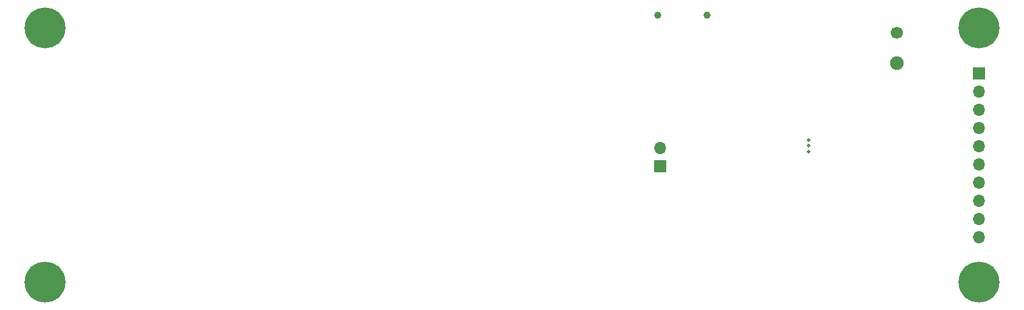
<source format=gbr>
%TF.GenerationSoftware,KiCad,Pcbnew,8.0.5*%
%TF.CreationDate,2024-11-15T16:00:42-08:00*%
%TF.ProjectId,newbatt,6e657762-6174-4742-9e6b-696361645f70,3*%
%TF.SameCoordinates,Original*%
%TF.FileFunction,Soldermask,Bot*%
%TF.FilePolarity,Negative*%
%FSLAX46Y46*%
G04 Gerber Fmt 4.6, Leading zero omitted, Abs format (unit mm)*
G04 Created by KiCad (PCBNEW 8.0.5) date 2024-11-15 16:00:42*
%MOMM*%
%LPD*%
G01*
G04 APERTURE LIST*
%ADD10C,1.900000*%
%ADD11C,1.700000*%
%ADD12C,3.600000*%
%ADD13C,5.700000*%
%ADD14C,1.000000*%
%ADD15R,1.700000X1.700000*%
%ADD16O,1.700000X1.700000*%
%ADD17C,0.508000*%
G04 APERTURE END LIST*
D10*
%TO.C,J1*%
X138050000Y-24700000D03*
D11*
X138050000Y-20400000D03*
%TD*%
D12*
%TO.C,H4*%
X149500000Y-55250000D03*
D13*
X149500000Y-55250000D03*
%TD*%
D12*
%TO.C,H1*%
X19500000Y-19750000D03*
D13*
X19500000Y-19750000D03*
%TD*%
D14*
%TO.C,S1*%
X104800000Y-18000000D03*
X111600000Y-18000000D03*
%TD*%
D12*
%TO.C,H3*%
X149500000Y-19750000D03*
D13*
X149500000Y-19750000D03*
%TD*%
D15*
%TO.C,J2*%
X149500000Y-26070000D03*
D16*
X149500000Y-28610000D03*
X149500000Y-31150000D03*
X149500000Y-33690000D03*
X149500000Y-36230000D03*
X149500000Y-38770000D03*
X149500000Y-41310000D03*
X149500000Y-43850000D03*
X149500000Y-46390000D03*
X149500000Y-48930000D03*
%TD*%
D17*
%TO.C,U1*%
X125750000Y-35425200D03*
X125750000Y-36212600D03*
X125750000Y-37000000D03*
%TD*%
D16*
%TO.C,TH1*%
X105100000Y-36535000D03*
D15*
X105100000Y-39075000D03*
%TD*%
D12*
%TO.C,H2*%
X19500000Y-55250000D03*
D13*
X19500000Y-55250000D03*
%TD*%
M02*

</source>
